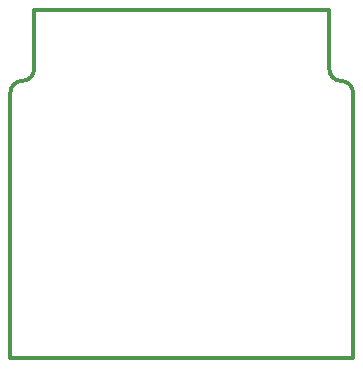
<source format=gbr>
G04 #@! TF.GenerationSoftware,KiCad,Pcbnew,5.1.12-84ad8e8a86~92~ubuntu20.04.1*
G04 #@! TF.CreationDate,2022-05-26T21:25:47-05:00*
G04 #@! TF.ProjectId,403SFM3020_sensor_module,34303353-464d-4333-9032-305f73656e73,rev?*
G04 #@! TF.SameCoordinates,Original*
G04 #@! TF.FileFunction,Profile,NP*
%FSLAX46Y46*%
G04 Gerber Fmt 4.6, Leading zero omitted, Abs format (unit mm)*
G04 Created by KiCad (PCBNEW 5.1.12-84ad8e8a86~92~ubuntu20.04.1) date 2022-05-26 21:25:47*
%MOMM*%
%LPD*%
G01*
G04 APERTURE LIST*
G04 #@! TA.AperFunction,Profile*
%ADD10C,0.300000*%
G04 #@! TD*
G04 APERTURE END LIST*
D10*
X100450000Y-35080000D02*
G75*
G02*
X99450000Y-36080000I-1000000J0D01*
G01*
X98450000Y-37080000D02*
G75*
G02*
X99450000Y-36080000I1000000J0D01*
G01*
X100450000Y-35080000D02*
X100450000Y-30080000D01*
X98450000Y-37080000D02*
X98450000Y-59580000D01*
X100450000Y-30080000D02*
X125450000Y-30080000D01*
X125450000Y-30080000D02*
X125450000Y-35080000D01*
X126450000Y-36080000D02*
G75*
G02*
X125450000Y-35080000I0J1000000D01*
G01*
X126450000Y-36080000D02*
G75*
G02*
X127450000Y-37080000I0J-1000000D01*
G01*
X127450000Y-37080000D02*
X127450000Y-59580000D01*
X127450000Y-59580000D02*
X98450000Y-59580000D01*
M02*

</source>
